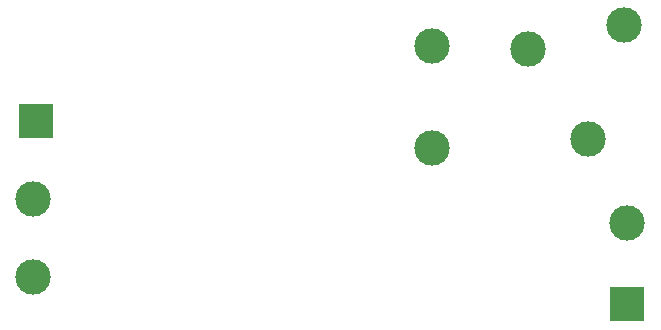
<source format=gbl>
G04 #@! TF.FileFunction,Copper,L2,Bot,Signal*
%FSLAX46Y46*%
G04 Gerber Fmt 4.6, Leading zero omitted, Abs format (unit mm)*
G04 Created by KiCad (PCBNEW 4.0.6) date Wed May 24 16:37:17 2017*
%MOMM*%
%LPD*%
G01*
G04 APERTURE LIST*
%ADD10C,0.100000*%
%ADD11C,3.000000*%
%ADD12R,3.000000X3.000000*%
G04 APERTURE END LIST*
D10*
D11*
X84328000Y-58420000D03*
X84328000Y-51816000D03*
D12*
X84582000Y-45212000D03*
D11*
X118110000Y-38862000D03*
X118110000Y-47498000D03*
X131318000Y-46736000D03*
D12*
X134620000Y-60706000D03*
D11*
X134620000Y-53848000D03*
X126238000Y-39116000D03*
X134366000Y-37084000D03*
M02*

</source>
